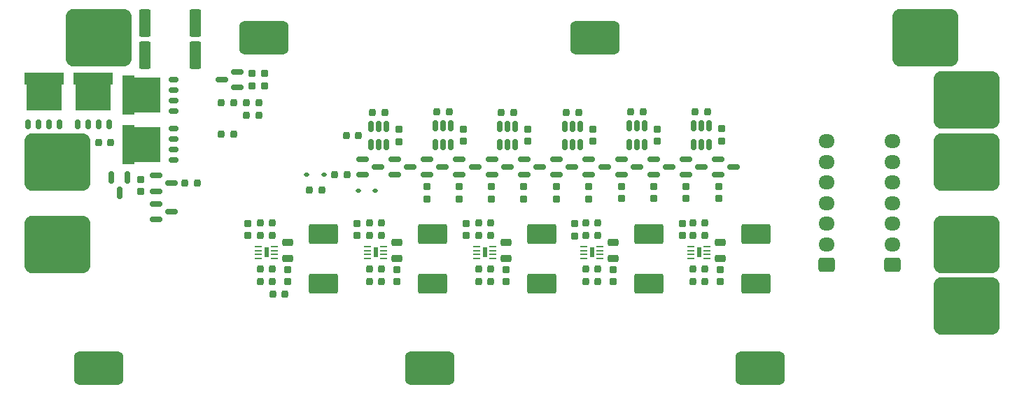
<source format=gbr>
%TF.GenerationSoftware,KiCad,Pcbnew,9.0.6*%
%TF.CreationDate,2025-11-30T01:16:05+01:00*%
%TF.ProjectId,Robobuoy_BMS_S6_V1_0,526f626f-6275-46f7-995f-424d535f5336,rev?*%
%TF.SameCoordinates,Original*%
%TF.FileFunction,Soldermask,Top*%
%TF.FilePolarity,Negative*%
%FSLAX46Y46*%
G04 Gerber Fmt 4.6, Leading zero omitted, Abs format (unit mm)*
G04 Created by KiCad (PCBNEW 9.0.6) date 2025-11-30 01:16:05*
%MOMM*%
%LPD*%
G01*
G04 APERTURE LIST*
G04 Aperture macros list*
%AMRoundRect*
0 Rectangle with rounded corners*
0 $1 Rounding radius*
0 $2 $3 $4 $5 $6 $7 $8 $9 X,Y pos of 4 corners*
0 Add a 4 corners polygon primitive as box body*
4,1,4,$2,$3,$4,$5,$6,$7,$8,$9,$2,$3,0*
0 Add four circle primitives for the rounded corners*
1,1,$1+$1,$2,$3*
1,1,$1+$1,$4,$5*
1,1,$1+$1,$6,$7*
1,1,$1+$1,$8,$9*
0 Add four rect primitives between the rounded corners*
20,1,$1+$1,$2,$3,$4,$5,0*
20,1,$1+$1,$4,$5,$6,$7,0*
20,1,$1+$1,$6,$7,$8,$9,0*
20,1,$1+$1,$8,$9,$2,$3,0*%
%AMFreePoly0*
4,1,9,2.100000,-2.000000,2.350000,-2.000000,2.350000,-3.500000,-2.350000,-3.500000,-2.350000,-2.000000,-2.100000,-2.000000,-2.100000,1.100000,2.100000,1.100000,2.100000,-2.000000,2.100000,-2.000000,$1*%
G04 Aperture macros list end*
%ADD10RoundRect,0.150000X-0.590000X-0.150000X0.590000X-0.150000X0.590000X0.150000X-0.590000X0.150000X0*%
%ADD11RoundRect,0.150000X0.150000X-0.512500X0.150000X0.512500X-0.150000X0.512500X-0.150000X-0.512500X0*%
%ADD12RoundRect,0.230769X-1.519231X0.969231X-1.519231X-0.969231X1.519231X-0.969231X1.519231X0.969231X0*%
%ADD13RoundRect,0.225000X0.425000X-0.225000X0.425000X0.225000X-0.425000X0.225000X-0.425000X-0.225000X0*%
%ADD14RoundRect,0.175000X-0.400000X0.175000X-0.400000X-0.175000X0.400000X-0.175000X0.400000X0.175000X0*%
%ADD15FreePoly0,270.000000*%
%ADD16RoundRect,0.200000X-0.200000X-0.250000X0.200000X-0.250000X0.200000X0.250000X-0.200000X0.250000X0*%
%ADD17RoundRect,0.200000X0.250000X-0.200000X0.250000X0.200000X-0.250000X0.200000X-0.250000X-0.200000X0*%
%ADD18RoundRect,0.200000X0.200000X0.250000X-0.200000X0.250000X-0.200000X-0.250000X0.200000X-0.250000X0*%
%ADD19RoundRect,0.175000X0.175000X0.400000X-0.175000X0.400000X-0.175000X-0.400000X0.175000X-0.400000X0*%
%ADD20FreePoly0,180.000000*%
%ADD21RoundRect,1.050000X-2.950000X-2.450000X2.950000X-2.450000X2.950000X2.450000X-2.950000X2.450000X0*%
%ADD22RoundRect,0.062500X0.325000X0.062500X-0.325000X0.062500X-0.325000X-0.062500X0.325000X-0.062500X0*%
%ADD23R,0.600000X1.200000*%
%ADD24RoundRect,0.200000X-0.250000X0.200000X-0.250000X-0.200000X0.250000X-0.200000X0.250000X0.200000X0*%
%ADD25RoundRect,0.600000X-2.400000X-1.400000X2.400000X-1.400000X2.400000X1.400000X-2.400000X1.400000X0*%
%ADD26RoundRect,0.112500X-0.187500X-0.112500X0.187500X-0.112500X0.187500X0.112500X-0.187500X0.112500X0*%
%ADD27RoundRect,0.150000X0.590000X0.150000X-0.590000X0.150000X-0.590000X-0.150000X0.590000X-0.150000X0*%
%ADD28RoundRect,0.249999X-0.450001X-1.425001X0.450001X-1.425001X0.450001X1.425001X-0.450001X1.425001X0*%
%ADD29RoundRect,0.150000X-0.150000X0.590000X-0.150000X-0.590000X0.150000X-0.590000X0.150000X0.590000X0*%
%ADD30RoundRect,0.250000X0.725000X-0.600000X0.725000X0.600000X-0.725000X0.600000X-0.725000X-0.600000X0*%
%ADD31O,1.950000X1.700000*%
G04 APERTURE END LIST*
D10*
%TO.C,Q108*%
X107518000Y-114670800D03*
X107518000Y-116570800D03*
X109398000Y-115620800D03*
%TD*%
D11*
%TO.C,U105*%
X100686700Y-112897500D03*
X101636700Y-112897500D03*
X102586700Y-112897500D03*
X102586700Y-110622500D03*
X101636700Y-110622500D03*
X100686700Y-110622500D03*
%TD*%
D12*
%TO.C,L102*%
X126486000Y-123752000D03*
X126486000Y-129752000D03*
%TD*%
D13*
%TO.C,C124*%
X135122000Y-126736000D03*
X135122000Y-124736000D03*
%TD*%
D14*
%TO.C,Q204*%
X69019000Y-108839000D03*
X69019000Y-107569000D03*
X69019000Y-106299000D03*
X69019000Y-105029000D03*
D15*
X66294000Y-106934000D03*
%TD*%
D16*
%TO.C,R146*%
X105924000Y-122434000D03*
X107424000Y-122434000D03*
%TD*%
D10*
%TO.C,Q103*%
X134924600Y-114656700D03*
X134924600Y-116556700D03*
X136804600Y-115606700D03*
%TD*%
D17*
%TO.C,R102*%
X123190000Y-119469600D03*
X123190000Y-117969600D03*
%TD*%
%TO.C,D103*%
X117543200Y-123973400D03*
X117543200Y-122473400D03*
%TD*%
%TO.C,D104*%
X91180000Y-123946000D03*
X91180000Y-122446000D03*
%TD*%
%TO.C,D102*%
X130550000Y-123946000D03*
X130550000Y-122446000D03*
%TD*%
%TO.C,R107*%
X134950200Y-119469600D03*
X134950200Y-117969600D03*
%TD*%
D10*
%TO.C,Q203*%
X66878000Y-116652000D03*
X66878000Y-118552000D03*
X68758000Y-117602000D03*
%TD*%
D12*
%TO.C,L104*%
X100324000Y-123752000D03*
X100324000Y-129752000D03*
%TD*%
D18*
%TO.C,C105*%
X110173200Y-109016800D03*
X108673200Y-109016800D03*
%TD*%
D19*
%TO.C,Q205*%
X57404000Y-110421000D03*
X58674000Y-110421000D03*
X59944000Y-110421000D03*
X61214000Y-110421000D03*
D20*
X59309000Y-107696000D03*
%TD*%
D16*
%TO.C,R110*%
X88505600Y-116586000D03*
X90005600Y-116586000D03*
%TD*%
%TO.C,D201*%
X74815000Y-111633000D03*
X76315000Y-111633000D03*
%TD*%
D14*
%TO.C,Q206*%
X69019000Y-114808000D03*
X69019000Y-113538000D03*
X69019000Y-112268000D03*
X69019000Y-110998000D03*
D15*
X66294000Y-112903000D03*
%TD*%
D21*
%TO.C,TP109*%
X60000000Y-100000000D03*
%TD*%
D13*
%TO.C,C127*%
X96006000Y-126736000D03*
X96006000Y-124736000D03*
%TD*%
D16*
%TO.C,R147*%
X92716000Y-122434000D03*
X94216000Y-122434000D03*
%TD*%
D18*
%TO.C,C113*%
X82532000Y-131070000D03*
X81032000Y-131070000D03*
%TD*%
D11*
%TO.C,U103*%
X116347200Y-112948300D03*
X117297200Y-112948300D03*
X118247200Y-112948300D03*
X118247200Y-110673300D03*
X117297200Y-110673300D03*
X116347200Y-110673300D03*
%TD*%
D22*
%TO.C,U108*%
X120590500Y-126740000D03*
X120590500Y-126240000D03*
X120590500Y-125740000D03*
X120590500Y-125240000D03*
X118665500Y-125240000D03*
X118665500Y-125740000D03*
X118665500Y-126240000D03*
X118665500Y-126740000D03*
D23*
X119628000Y-125990000D03*
%TD*%
D16*
%TO.C,C123*%
X118878000Y-128022000D03*
X120378000Y-128022000D03*
%TD*%
D24*
%TO.C,R140*%
X111861600Y-111010000D03*
X111861600Y-112510000D03*
%TD*%
D21*
%TO.C,TP101*%
X165000000Y-107500000D03*
%TD*%
D16*
%TO.C,R206*%
X70420800Y-117602000D03*
X71920800Y-117602000D03*
%TD*%
D25*
%TO.C,TP105*%
X120000000Y-100000000D03*
%TD*%
D16*
%TO.C,R145*%
X118878000Y-122434000D03*
X120378000Y-122434000D03*
%TD*%
D10*
%TO.C,Q107*%
X119278200Y-114670800D03*
X119278200Y-116570800D03*
X121158200Y-115620800D03*
%TD*%
D17*
%TO.C,R108*%
X99669600Y-119520400D03*
X99669600Y-118020400D03*
%TD*%
D16*
%TO.C,C115*%
X118878000Y-123958000D03*
X120378000Y-123958000D03*
%TD*%
D24*
%TO.C,C108*%
X135122000Y-128034000D03*
X135122000Y-129534000D03*
%TD*%
D26*
%TO.C,D101*%
X85157600Y-116586000D03*
X87257600Y-116586000D03*
%TD*%
D24*
%TO.C,R204*%
X65024000Y-117106000D03*
X65024000Y-118606000D03*
%TD*%
%TO.C,R138*%
X127533400Y-111010000D03*
X127533400Y-112510000D03*
%TD*%
D21*
%TO.C,TP117*%
X165000000Y-115000000D03*
%TD*%
D10*
%TO.C,Q111*%
X103606400Y-114670800D03*
X103606400Y-116570800D03*
X105486400Y-115620800D03*
%TD*%
D16*
%TO.C,R113*%
X77863000Y-107823000D03*
X79363000Y-107823000D03*
%TD*%
D24*
%TO.C,R142*%
X96266000Y-111060800D03*
X96266000Y-112560800D03*
%TD*%
D11*
%TO.C,U101*%
X131942800Y-112897500D03*
X132892800Y-112897500D03*
X133842800Y-112897500D03*
X133842800Y-110622500D03*
X132892800Y-110622500D03*
X131942800Y-110622500D03*
%TD*%
D13*
%TO.C,C125*%
X122168000Y-126736000D03*
X122168000Y-124736000D03*
%TD*%
D10*
%TO.C,Q112*%
X91871600Y-114670800D03*
X91871600Y-116570800D03*
X93751600Y-115620800D03*
%TD*%
D17*
%TO.C,R105*%
X107492800Y-119520400D03*
X107492800Y-118020400D03*
%TD*%
D22*
%TO.C,U107*%
X133544500Y-126740000D03*
X133544500Y-126240000D03*
X133544500Y-125740000D03*
X133544500Y-125240000D03*
X131619500Y-125240000D03*
X131619500Y-125740000D03*
X131619500Y-126240000D03*
X131619500Y-126740000D03*
D23*
X132582000Y-125990000D03*
%TD*%
D10*
%TO.C,Q106*%
X115366600Y-114670800D03*
X115366600Y-116570800D03*
X117246600Y-115620800D03*
%TD*%
D26*
%TO.C,D107*%
X91355200Y-118465600D03*
X93455200Y-118465600D03*
%TD*%
D24*
%TO.C,C110*%
X109214000Y-128034000D03*
X109214000Y-129534000D03*
%TD*%
D10*
%TO.C,Q102*%
X131013000Y-114656700D03*
X131013000Y-116556700D03*
X132893000Y-115606700D03*
%TD*%
D16*
%TO.C,C117*%
X92716000Y-123958000D03*
X94216000Y-123958000D03*
%TD*%
%TO.C,C120*%
X105924000Y-129546000D03*
X107424000Y-129546000D03*
%TD*%
D18*
%TO.C,C106*%
X102400800Y-108966000D03*
X100900800Y-108966000D03*
%TD*%
D27*
%TO.C,Q201*%
X76759000Y-105979000D03*
X76759000Y-104079000D03*
X74879000Y-105029000D03*
%TD*%
D21*
%TO.C,TP202*%
X55000000Y-115000000D03*
%TD*%
D16*
%TO.C,D108*%
X74815000Y-107823000D03*
X76315000Y-107823000D03*
%TD*%
D22*
%TO.C,U110*%
X94428500Y-126740000D03*
X94428500Y-126240000D03*
X94428500Y-125740000D03*
X94428500Y-125240000D03*
X92503500Y-125240000D03*
X92503500Y-125740000D03*
X92503500Y-126240000D03*
X92503500Y-126740000D03*
D23*
X93466000Y-125990000D03*
%TD*%
D16*
%TO.C,R148*%
X79508000Y-122434000D03*
X81008000Y-122434000D03*
%TD*%
D21*
%TO.C,TP118*%
X165000000Y-125000000D03*
%TD*%
D12*
%TO.C,L101*%
X139440000Y-123752000D03*
X139440000Y-129752000D03*
%TD*%
D16*
%TO.C,C121*%
X92716000Y-128022000D03*
X94216000Y-128022000D03*
%TD*%
D24*
%TO.C,C111*%
X96006000Y-128034000D03*
X96006000Y-129534000D03*
%TD*%
%TO.C,R205*%
X80010000Y-104279000D03*
X80010000Y-105779000D03*
%TD*%
D25*
%TO.C,TP108*%
X60000000Y-140000000D03*
%TD*%
D28*
%TO.C,R213*%
X65530000Y-102108000D03*
X71630000Y-102108000D03*
%TD*%
D17*
%TO.C,R109*%
X111404400Y-119520400D03*
X111404400Y-118020400D03*
%TD*%
D16*
%TO.C,R203*%
X77863000Y-109347000D03*
X79363000Y-109347000D03*
%TD*%
D22*
%TO.C,U109*%
X107636500Y-126740000D03*
X107636500Y-126240000D03*
X107636500Y-125740000D03*
X107636500Y-125240000D03*
X105711500Y-125240000D03*
X105711500Y-125740000D03*
X105711500Y-126240000D03*
X105711500Y-126740000D03*
D23*
X106674000Y-125990000D03*
%TD*%
D29*
%TO.C,Q208*%
X63434000Y-116916000D03*
X61534000Y-116916000D03*
X62484000Y-118796000D03*
%TD*%
D21*
%TO.C,TP103*%
X160000000Y-100000000D03*
%TD*%
D10*
%TO.C,Q105*%
X127101400Y-114656700D03*
X127101400Y-116556700D03*
X128981400Y-115606700D03*
%TD*%
%TO.C,Q113*%
X95783200Y-114670800D03*
X95783200Y-116570800D03*
X97663200Y-115620800D03*
%TD*%
D13*
%TO.C,C128*%
X82798000Y-126736000D03*
X82798000Y-124736000D03*
%TD*%
D18*
%TO.C,C102*%
X133642800Y-108966000D03*
X132142800Y-108966000D03*
%TD*%
D19*
%TO.C,Q207*%
X51435000Y-110421000D03*
X52705000Y-110421000D03*
X53975000Y-110421000D03*
X55245000Y-110421000D03*
D20*
X53340000Y-107696000D03*
%TD*%
D24*
%TO.C,C109*%
X122168000Y-128034000D03*
X122168000Y-129534000D03*
%TD*%
D17*
%TO.C,R103*%
X115366800Y-119520400D03*
X115366800Y-118020400D03*
%TD*%
%TO.C,R111*%
X103581200Y-119520400D03*
X103581200Y-118020400D03*
%TD*%
D30*
%TO.C,J102*%
X156000000Y-127500000D03*
D31*
X156000000Y-125000000D03*
X156000000Y-122500000D03*
X156000000Y-120000000D03*
X156000000Y-117500000D03*
X156000000Y-115000000D03*
X156000000Y-112500000D03*
%TD*%
D11*
%TO.C,U104*%
X108473200Y-112948300D03*
X109423200Y-112948300D03*
X110373200Y-112948300D03*
X110373200Y-110673300D03*
X109423200Y-110673300D03*
X108473200Y-110673300D03*
%TD*%
D18*
%TO.C,C103*%
X125845000Y-108966000D03*
X124345000Y-108966000D03*
%TD*%
D12*
%TO.C,L103*%
X113532000Y-123752000D03*
X113532000Y-129752000D03*
%TD*%
D25*
%TO.C,TP106*%
X100000000Y-140000000D03*
%TD*%
D16*
%TO.C,R144*%
X131832000Y-122434000D03*
X133332000Y-122434000D03*
%TD*%
D17*
%TO.C,R101*%
X131038600Y-119469600D03*
X131038600Y-117969600D03*
%TD*%
D10*
%TO.C,Q104*%
X123189800Y-114656700D03*
X123189800Y-116556700D03*
X125069800Y-115606700D03*
%TD*%
D24*
%TO.C,R139*%
X119786400Y-111010000D03*
X119786400Y-112510000D03*
%TD*%
D16*
%TO.C,R153*%
X118878000Y-129546000D03*
X120378000Y-129546000D03*
%TD*%
%TO.C,R151*%
X92716000Y-129546000D03*
X94216000Y-129546000D03*
%TD*%
D17*
%TO.C,D105*%
X77972000Y-123946000D03*
X77972000Y-122446000D03*
%TD*%
D21*
%TO.C,TP203*%
X55000000Y-125000000D03*
%TD*%
D24*
%TO.C,C112*%
X82798000Y-128034000D03*
X82798000Y-129534000D03*
%TD*%
%TO.C,R137*%
X135305800Y-110959200D03*
X135305800Y-112459200D03*
%TD*%
D18*
%TO.C,R201*%
X61456000Y-112649000D03*
X59956000Y-112649000D03*
%TD*%
D22*
%TO.C,U111*%
X81220500Y-126740000D03*
X81220500Y-126240000D03*
X81220500Y-125740000D03*
X81220500Y-125240000D03*
X79295500Y-125240000D03*
X79295500Y-125740000D03*
X79295500Y-126240000D03*
X79295500Y-126740000D03*
D23*
X80258000Y-125990000D03*
%TD*%
D16*
%TO.C,R149*%
X131832000Y-128022000D03*
X133332000Y-128022000D03*
%TD*%
D25*
%TO.C,TP104*%
X140000000Y-140000000D03*
%TD*%
D16*
%TO.C,R130*%
X89928000Y-111810800D03*
X91428000Y-111810800D03*
%TD*%
%TO.C,C114*%
X131832000Y-123958000D03*
X133332000Y-123958000D03*
%TD*%
%TO.C,C116*%
X105924000Y-123958000D03*
X107424000Y-123958000D03*
%TD*%
D21*
%TO.C,TP102*%
X165000000Y-132500000D03*
%TD*%
D17*
%TO.C,R104*%
X127076200Y-119469600D03*
X127076200Y-117969600D03*
%TD*%
D30*
%TO.C,J101*%
X148000000Y-127500000D03*
D31*
X148000000Y-125000000D03*
X148000000Y-122500000D03*
X148000000Y-120000000D03*
X148000000Y-117500000D03*
X148000000Y-115000000D03*
X148000000Y-112500000D03*
%TD*%
D16*
%TO.C,C122*%
X79508000Y-128022000D03*
X81008000Y-128022000D03*
%TD*%
%TO.C,R152*%
X79508000Y-129546000D03*
X81008000Y-129546000D03*
%TD*%
D18*
%TO.C,R207*%
X86957600Y-118414800D03*
X85457600Y-118414800D03*
%TD*%
D28*
%TO.C,R212*%
X65530000Y-98171000D03*
X71630000Y-98171000D03*
%TD*%
D18*
%TO.C,C107*%
X94577600Y-109016800D03*
X93077600Y-109016800D03*
%TD*%
D17*
%TO.C,D106*%
X104388000Y-123946000D03*
X104388000Y-122446000D03*
%TD*%
D12*
%TO.C,L105*%
X87116000Y-123752000D03*
X87116000Y-129752000D03*
%TD*%
D18*
%TO.C,C104*%
X118047200Y-109016800D03*
X116547200Y-109016800D03*
%TD*%
D24*
%TO.C,R202*%
X78486000Y-104279000D03*
X78486000Y-105779000D03*
%TD*%
D10*
%TO.C,Q110*%
X99694800Y-114670800D03*
X99694800Y-116570800D03*
X101574800Y-115620800D03*
%TD*%
%TO.C,Q109*%
X111429600Y-114670800D03*
X111429600Y-116570800D03*
X113309600Y-115620800D03*
%TD*%
D17*
%TO.C,R106*%
X119278400Y-119520400D03*
X119278400Y-118020400D03*
%TD*%
D11*
%TO.C,U102*%
X124145000Y-112897500D03*
X125095000Y-112897500D03*
X126045000Y-112897500D03*
X126045000Y-110622500D03*
X125095000Y-110622500D03*
X124145000Y-110622500D03*
%TD*%
D24*
%TO.C,R141*%
X104089200Y-111010000D03*
X104089200Y-112510000D03*
%TD*%
D16*
%TO.C,C118*%
X79508000Y-123958000D03*
X81008000Y-123958000D03*
%TD*%
%TO.C,R150*%
X105924000Y-128022000D03*
X107424000Y-128022000D03*
%TD*%
D11*
%TO.C,U106*%
X92877600Y-112948300D03*
X93827600Y-112948300D03*
X94777600Y-112948300D03*
X94777600Y-110673300D03*
X93827600Y-110673300D03*
X92877600Y-110673300D03*
%TD*%
D10*
%TO.C,Q209*%
X66878000Y-120081000D03*
X66878000Y-121981000D03*
X68758000Y-121031000D03*
%TD*%
D16*
%TO.C,C119*%
X131832000Y-129546000D03*
X133332000Y-129546000D03*
%TD*%
D25*
%TO.C,TP107*%
X80000000Y-100000000D03*
%TD*%
D13*
%TO.C,C126*%
X109214000Y-126736000D03*
X109214000Y-124736000D03*
%TD*%
M02*

</source>
